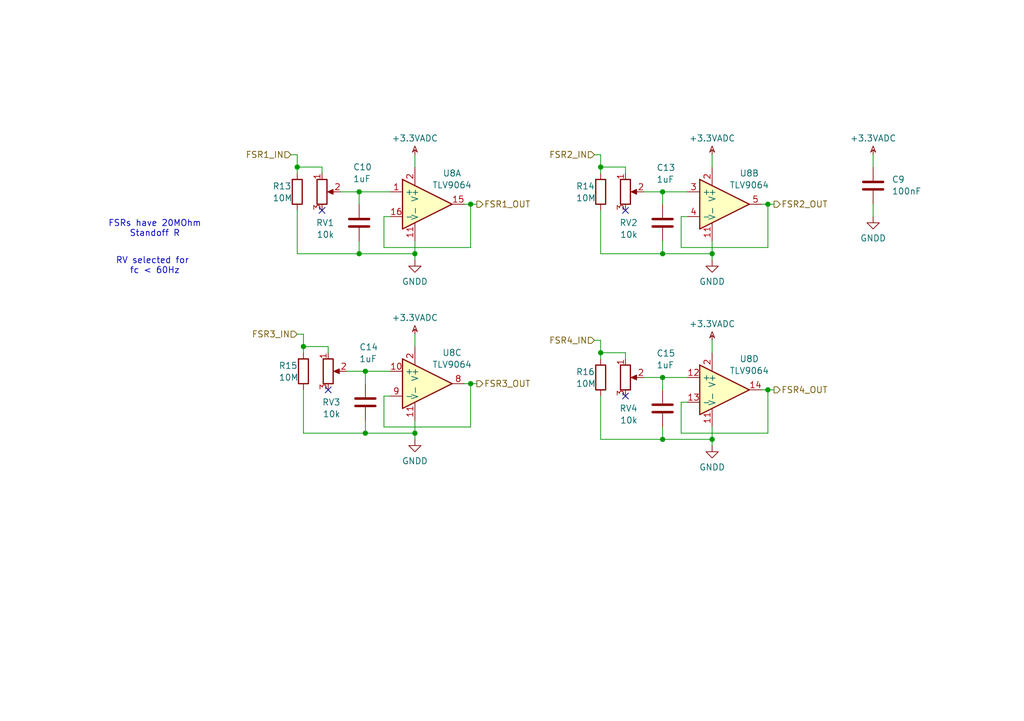
<source format=kicad_sch>
(kicad_sch (version 20231120) (generator "eeschema") (generator_version "8.0")
  (paper "A5")
  (lib_symbols
    (symbol "0.power-symbols:+3.3VADC" (power) (pin_names (offset 0))
      (property "Value" "+3.3VADC" (at 0 2.54 0))
      (symbol "+3.3VADC_0_0"
        (pin power_in line (at 0 0 90) (length 0) hide (name "+3.3VADC") (number "1"))
      )
      (symbol "+3.3VADC_0_1"
        (polyline (pts (xy 0 0) (xy 0 1.016) (xy 0 1.016)))
        (polyline (pts (xy 0 1.016) (xy 0.508 0.508) (xy 0 1.778) (xy -0.508 0.508) (xy 0 1.016) (xy 0 1.016)))
      )
    )
    (symbol "0.power-symbols:GNDD" (power) (pin_names (offset 0))
      (property "Value" "GNDD" (at 0 -3.81 0))
      (symbol "GNDD_0_1"
        (polyline (pts (xy 0 0) (xy 0 -1.27) (xy 1.27 -1.27) (xy 0 -2.54) (xy -1.27 -1.27) (xy 0 -1.27)))
      )
      (symbol "GNDD_1_1"
        (pin power_in line (at 0 0 270) (length 0) hide (name "GNDD") (number "1"))
      )
    )
    (symbol "1.semi.ic.linear:TLV9064"
      (property "Reference" "U" (at 3.81 6.35 0))
      (property "Value" "TLV9064" (at 7.62 3.81 0))
      (symbol "TLV9064_0_1"
        (polyline (pts (xy -3.81 5.08) (xy 6.35 0) (xy -3.81 -5.08) (xy -3.81 5.08)) (stroke (width 0.254)) (fill (type background)))
        (pin power_in line (at -1.27 -7.62 90) (length 3.81) (name "V-") (number "11"))
        (pin power_in line (at -1.27 7.62 270) (length 3.81) (name "V+") (number "2"))
      )
      (symbol "TLV9064_1_1"
        (pin input line (at -6.35 2.54 0) (length 2.54) (name "+") (number "1"))
        (pin output line (at 8.89 0 180) (length 2.54) (name "~") (number "15"))
        (pin input line (at -6.35 -2.54 0) (length 2.54) (name "-") (number "16"))
      )
      (symbol "TLV9064_2_1"
        (pin input line (at -6.35 2.54 0) (length 2.54) (name "+") (number "3"))
        (pin input line (at -6.35 -2.54 0) (length 2.54) (name "-") (number "4"))
        (pin output line (at 8.89 0 180) (length 2.54) (name "5") (number "6"))
      )
      (symbol "TLV9064_3_1"
        (pin input line (at -6.35 2.54 0) (length 2.54) (name "+") (number "10"))
        (pin output line (at 8.89 0 180) (length 2.54) (name "8") (number "7"))
        (pin input line (at -6.35 -2.54 0) (length 2.54) (name "-") (number "9"))
      )
      (symbol "TLV9064_4_1"
        (pin input line (at -6.35 2.54 0) (length 2.54) (name "+") (number "12"))
        (pin input line (at -6.35 -2.54 0) (length 2.54) (name "-") (number "13"))
        (pin output line (at 8.89 0 180) (length 2.54) (name "") (number "14"))
      )
    )
    (symbol "2.passive:C" (pin_numbers hide) (pin_names (offset 0.254))
      (property "Reference" "C" (at 0.635 2.54 0))
      (property "Value" "C" (at 0.635 -2.54 0))
      (symbol "C_0_1"
        (polyline (pts (xy -2.032 -0.762) (xy 2.032 -0.762)) (stroke (width 0.508)))
        (polyline (pts (xy -2.032 0.762) (xy 2.032 0.762)) (stroke (width 0.508)))
      )
      (symbol "C_1_1"
        (pin passive line (at 0 3.81 270) (length 2.794) (name "~") (number "1"))
        (pin passive line (at 0 -3.81 90) (length 2.794) (name "~") (number "2"))
      )
    )
    (symbol "2.passive:R" (pin_numbers hide) (pin_names (offset 0))
      (property "Reference" "R" (at 2.032 0 90))
      (property "Value" "R" (at 0 0 90))
      (symbol "R_0_1"
        (rectangle (start -1.016 -2.54) (end 1.016 2.54) (stroke (width 0.254)))
      )
      (symbol "R_1_1"
        (pin passive line (at 0 3.81 270) (length 1.27) (name "~") (number "1"))
        (pin passive line (at 0 -3.81 90) (length 1.27) (name "~") (number "2"))
      )
    )
    (symbol "2.passive:R_POT" (pin_names (offset 1.016) hide)
      (property "Reference" "RV" (at -4.445 0 90))
      (property "Value" "R_POT" (at -2.54 0 90))
      (symbol "R_POT_0_1"
        (polyline (pts (xy 2.54 0) (xy 1.524 0)))
        (polyline (pts (xy 1.143 0) (xy 2.286 0.508) (xy 2.286 -0.508) (xy 1.143 0)) (fill (type outline)))
        (rectangle (start 1.016 2.54) (end -1.016 -2.54) (stroke (width 0.254)))
      )
      (symbol "R_POT_1_1"
        (pin passive line (at 0 3.81 270) (length 1.27) (name "1") (number "1"))
        (pin passive line (at 3.81 0 180) (length 1.27) (name "2") (number "2"))
        (pin passive line (at 0 -3.81 90) (length 1.27) (name "3") (number "3"))
      )
    )
    (symbol "TLV9064_1"
      (property "Reference" "U" (at 3.81 6.35 0))
      (property "Value" "TLV9064" (at 7.62 3.81 0))
      (symbol "TLV9064_1_0_1"
        (polyline (pts (xy -3.81 5.08) (xy 6.35 0) (xy -3.81 -5.08) (xy -3.81 5.08)) (stroke (width 0.254)) (fill (type background)))
        (pin power_in line (at -1.27 -7.62 90) (length 3.81) (name "V-") (number "11"))
        (pin power_in line (at -1.27 7.62 270) (length 3.81) (name "V+") (number "2"))
      )
      (symbol "TLV9064_1_1_1"
        (pin input line (at -6.35 2.54 0) (length 2.54) (name "+") (number "1"))
        (pin output line (at 8.89 0 180) (length 2.54) (name "~") (number "15"))
        (pin input line (at -6.35 -2.54 0) (length 2.54) (name "-") (number "16"))
      )
      (symbol "TLV9064_1_2_1"
        (pin input line (at -6.35 2.54 0) (length 2.54) (name "+") (number "3"))
        (pin input line (at -6.35 -2.54 0) (length 2.54) (name "-") (number "4"))
        (pin output line (at 8.89 0 180) (length 2.54) (name "5") (number "6"))
      )
      (symbol "TLV9064_1_3_1"
        (pin input line (at -6.35 2.54 0) (length 2.54) (name "+") (number "10"))
        (pin output line (at 8.89 0 180) (length 2.54) (name "8") (number "7"))
        (pin input line (at -6.35 -2.54 0) (length 2.54) (name "-") (number "9"))
      )
      (symbol "TLV9064_1_4_1"
        (pin input line (at -6.35 2.54 0) (length 2.54) (name "+") (number "12"))
        (pin input line (at -6.35 -2.54 0) (length 2.54) (name "-") (number "13"))
        (pin output line (at 8.89 0 180) (length 2.54) (name "") (number "14"))
      )
    )
    (symbol "TLV9064_2"
      (property "Reference" "U" (at 3.81 6.35 0))
      (property "Value" "TLV9064" (at 7.62 3.81 0))
      (symbol "TLV9064_2_0_1"
        (polyline (pts (xy -3.81 5.08) (xy 6.35 0) (xy -3.81 -5.08) (xy -3.81 5.08)) (stroke (width 0.254)) (fill (type background)))
        (pin power_in line (at -1.27 -7.62 90) (length 3.81) (name "V-") (number "11"))
        (pin power_in line (at -1.27 7.62 270) (length 3.81) (name "V+") (number "2"))
      )
      (symbol "TLV9064_2_1_1"
        (pin input line (at -6.35 2.54 0) (length 2.54) (name "+") (number "1"))
        (pin output line (at 8.89 0 180) (length 2.54) (name "~") (number "15"))
        (pin input line (at -6.35 -2.54 0) (length 2.54) (name "-") (number "16"))
      )
      (symbol "TLV9064_2_2_1"
        (pin input line (at -6.35 2.54 0) (length 2.54) (name "+") (number "3"))
        (pin input line (at -6.35 -2.54 0) (length 2.54) (name "-") (number "4"))
        (pin output line (at 8.89 0 180) (length 2.54) (name "") (number "5"))
      )
      (symbol "TLV9064_2_3_1"
        (pin input line (at -6.35 2.54 0) (length 2.54) (name "+") (number "10"))
        (pin output line (at 8.89 0 180) (length 2.54) (name "") (number "8"))
        (pin input line (at -6.35 -2.54 0) (length 2.54) (name "-") (number "9"))
      )
      (symbol "TLV9064_2_4_1"
        (pin input line (at -6.35 2.54 0) (length 2.54) (name "+") (number "12"))
        (pin input line (at -6.35 -2.54 0) (length 2.54) (name "-") (number "13"))
        (pin output line (at 8.89 0 180) (length 2.54) (name "") (number "14"))
      )
    )
    (symbol "TLV9064_3"
      (property "Reference" "U" (at 3.81 6.35 0))
      (property "Value" "TLV9064" (at 7.62 3.81 0))
      (symbol "TLV9064_3_0_1"
        (polyline (pts (xy -3.81 5.08) (xy 6.35 0) (xy -3.81 -5.08) (xy -3.81 5.08)) (stroke (width 0.254)) (fill (type background)))
        (pin power_in line (at -1.27 -7.62 90) (length 3.81) (name "V-") (number "11"))
        (pin power_in line (at -1.27 7.62 270) (length 3.81) (name "V+") (number "2"))
      )
      (symbol "TLV9064_3_1_1"
        (pin input line (at -6.35 2.54 0) (length 2.54) (name "+") (number "1"))
        (pin output line (at 8.89 0 180) (length 2.54) (name "~") (number "15"))
        (pin input line (at -6.35 -2.54 0) (length 2.54) (name "-") (number "16"))
      )
      (symbol "TLV9064_3_2_1"
        (pin input line (at -6.35 2.54 0) (length 2.54) (name "+") (number "3"))
        (pin input line (at -6.35 -2.54 0) (length 2.54) (name "-") (number "4"))
        (pin output line (at 8.89 0 180) (length 2.54) (name "") (number "5"))
      )
      (symbol "TLV9064_3_3_1"
        (pin input line (at -6.35 2.54 0) (length 2.54) (name "+") (number "10"))
        (pin output line (at 8.89 0 180) (length 2.54) (name "") (number "8"))
        (pin input line (at -6.35 -2.54 0) (length 2.54) (name "-") (number "9"))
      )
      (symbol "TLV9064_3_4_1"
        (pin input line (at -6.35 2.54 0) (length 2.54) (name "+") (number "12"))
        (pin input line (at -6.35 -2.54 0) (length 2.54) (name "-") (number "13"))
        (pin output line (at 8.89 0 180) (length 2.54) (name "") (number "14"))
      )
    )
  )
  (junction (at 146.05 52.07))
  (junction (at 123.19 72.39))
  (junction (at 157.48 80.01))
  (junction (at 123.19 34.29))
  (junction (at 135.89 77.47))
  (junction (at 96.52 41.91))
  (junction (at 157.48 41.91))
  (junction (at 135.89 52.07))
  (junction (at 73.66 39.37))
  (junction (at 60.96 34.29))
  (junction (at 62.23 71.12))
  (junction (at 74.93 76.2))
  (junction (at 96.52 78.74))
  (junction (at 146.05 90.17))
  (junction (at 85.09 52.07))
  (junction (at 74.93 88.9))
  (junction (at 85.09 88.9))
  (junction (at 135.89 90.17))
  (junction (at 73.66 52.07))
  (junction (at 135.89 39.37))
  (no_connect (at 128.27 81.28))
  (no_connect (at 67.31 80.01))
  (no_connect (at 66.04 43.18))
  (no_connect (at 128.27 43.18))
  (wire (pts (xy 62.23 71.12) (xy 62.23 68.58)))
  (wire (pts (xy 62.23 88.9) (xy 74.93 88.9)))
  (wire (pts (xy 96.52 78.74) (xy 97.79 78.74)))
  (wire (pts (xy 157.48 80.01) (xy 156.21 80.01)))
  (wire (pts (xy 62.23 72.39) (xy 62.23 71.12)))
  (wire (pts (xy 123.19 72.39) (xy 123.19 69.85)))
  (wire (pts (xy 60.96 52.07) (xy 73.66 52.07)))
  (wire (pts (xy 139.7 82.55) (xy 139.7 88.9)))
  (wire (pts (xy 60.96 34.29) (xy 60.96 31.75)))
  (wire (pts (xy 123.19 73.66) (xy 123.19 72.39)))
  (wire (pts (xy 157.48 88.9) (xy 157.48 80.01)))
  (wire (pts (xy 179.07 41.91) (xy 179.07 44.45)))
  (wire (pts (xy 157.48 41.91) (xy 158.75 41.91)))
  (wire (pts (xy 123.19 43.18) (xy 123.19 52.07)))
  (wire (pts (xy 69.85 39.37) (xy 73.66 39.37)))
  (wire (pts (xy 78.74 87.63) (xy 96.52 87.63)))
  (wire (pts (xy 135.89 77.47) (xy 135.89 80.01)))
  (wire (pts (xy 146.05 49.53) (xy 146.05 52.07)))
  (wire (pts (xy 146.05 69.85) (xy 146.05 72.39)))
  (wire (pts (xy 73.66 39.37) (xy 80.01 39.37)))
  (wire (pts (xy 132.08 39.37) (xy 135.89 39.37)))
  (wire (pts (xy 123.19 72.39) (xy 128.27 72.39)))
  (wire (pts (xy 146.05 90.17) (xy 146.05 91.44)))
  (wire (pts (xy 123.19 81.28) (xy 123.19 90.17)))
  (wire (pts (xy 146.05 52.07) (xy 146.05 53.34)))
  (wire (pts (xy 96.52 50.8) (xy 96.52 41.91)))
  (wire (pts (xy 135.89 77.47) (xy 140.97 77.47)))
  (wire (pts (xy 123.19 52.07) (xy 135.89 52.07)))
  (wire (pts (xy 85.09 88.9) (xy 85.09 90.17)))
  (wire (pts (xy 96.52 41.91) (xy 95.25 41.91)))
  (wire (pts (xy 71.12 76.2) (xy 74.93 76.2)))
  (wire (pts (xy 157.48 80.01) (xy 158.75 80.01)))
  (wire (pts (xy 80.01 81.28) (xy 78.74 81.28)))
  (wire (pts (xy 66.04 35.56) (xy 66.04 34.29)))
  (wire (pts (xy 139.7 88.9) (xy 157.48 88.9)))
  (wire (pts (xy 135.89 39.37) (xy 135.89 41.91)))
  (wire (pts (xy 73.66 52.07) (xy 85.09 52.07)))
  (wire (pts (xy 85.09 52.07) (xy 85.09 53.34)))
  (wire (pts (xy 60.96 35.56) (xy 60.96 34.29)))
  (wire (pts (xy 123.19 35.56) (xy 123.19 34.29)))
  (wire (pts (xy 135.89 90.17) (xy 146.05 90.17)))
  (wire (pts (xy 74.93 88.9) (xy 85.09 88.9)))
  (wire (pts (xy 85.09 68.58) (xy 85.09 71.12)))
  (wire (pts (xy 78.74 50.8) (xy 96.52 50.8)))
  (wire (pts (xy 157.48 41.91) (xy 156.21 41.91)))
  (wire (pts (xy 128.27 35.56) (xy 128.27 34.29)))
  (wire (pts (xy 85.09 31.75) (xy 85.09 34.29)))
  (wire (pts (xy 146.05 31.75) (xy 146.05 34.29)))
  (wire (pts (xy 123.19 90.17) (xy 135.89 90.17)))
  (wire (pts (xy 123.19 34.29) (xy 128.27 34.29)))
  (wire (pts (xy 78.74 81.28) (xy 78.74 87.63)))
  (wire (pts (xy 73.66 49.53) (xy 73.66 52.07)))
  (wire (pts (xy 139.7 50.8) (xy 157.48 50.8)))
  (wire (pts (xy 67.31 72.39) (xy 67.31 71.12)))
  (wire (pts (xy 74.93 86.36) (xy 74.93 88.9)))
  (wire (pts (xy 128.27 73.66) (xy 128.27 72.39)))
  (wire (pts (xy 139.7 44.45) (xy 139.7 50.8)))
  (wire (pts (xy 74.93 76.2) (xy 74.93 78.74)))
  (wire (pts (xy 78.74 44.45) (xy 78.74 50.8)))
  (wire (pts (xy 62.23 71.12) (xy 67.31 71.12)))
  (wire (pts (xy 73.66 39.37) (xy 73.66 41.91)))
  (wire (pts (xy 140.97 82.55) (xy 139.7 82.55)))
  (wire (pts (xy 157.48 50.8) (xy 157.48 41.91)))
  (wire (pts (xy 60.96 43.18) (xy 60.96 52.07)))
  (wire (pts (xy 85.09 49.53) (xy 85.09 52.07)))
  (wire (pts (xy 85.09 86.36) (xy 85.09 88.9)))
  (wire (pts (xy 135.89 87.63) (xy 135.89 90.17)))
  (wire (pts (xy 96.52 87.63) (xy 96.52 78.74)))
  (wire (pts (xy 96.52 78.74) (xy 95.25 78.74)))
  (wire (pts (xy 135.89 52.07) (xy 146.05 52.07)))
  (wire (pts (xy 96.52 41.91) (xy 97.79 41.91)))
  (wire (pts (xy 60.96 34.29) (xy 66.04 34.29)))
  (wire (pts (xy 146.05 87.63) (xy 146.05 90.17)))
  (wire (pts (xy 62.23 68.58) (xy 60.96 68.58)))
  (wire (pts (xy 132.08 77.47) (xy 135.89 77.47)))
  (wire (pts (xy 123.19 31.75) (xy 121.92 31.75)))
  (wire (pts (xy 74.93 76.2) (xy 80.01 76.2)))
  (wire (pts (xy 60.96 31.75) (xy 59.69 31.75)))
  (wire (pts (xy 80.01 44.45) (xy 78.74 44.45)))
  (wire (pts (xy 135.89 39.37) (xy 140.97 39.37)))
  (wire (pts (xy 123.19 34.29) (xy 123.19 31.75)))
  (wire (pts (xy 179.07 31.75) (xy 179.07 34.29)))
  (wire (pts (xy 135.89 49.53) (xy 135.89 52.07)))
  (wire (pts (xy 62.23 80.01) (xy 62.23 88.9)))
  (wire (pts (xy 123.19 69.85) (xy 121.92 69.85)))
  (wire (pts (xy 140.97 44.45) (xy 139.7 44.45)))
  (text "FSRs have 20MOhm\nStandoff R" (at 31.75 46.99 0) (effects (font (size 1.27 1.27))))
  (text "RV selected for \nfc < 60Hz\n" (at 31.75 54.61 0) (effects (font (size 1.27 1.27))))
  (hierarchical_label "FSR3_OUT" (shape output) (at 97.79 78.74 0))
  (hierarchical_label "FSR1_OUT" (shape output) (at 97.79 41.91 0))
  (hierarchical_label "FSR4_IN" (shape input) (at 121.92 69.85 180))
  (hierarchical_label "FSR2_IN" (shape input) (at 121.92 31.75 180))
  (hierarchical_label "FSR3_IN" (shape input) (at 60.96 68.58 180))
  (hierarchical_label "FSR4_OUT" (shape output) (at 158.75 80.01 0))
  (hierarchical_label "FSR1_IN" (shape input) (at 59.69 31.75 180))
  (hierarchical_label "FSR2_OUT" (shape output) (at 158.75 41.91 0))
  (symbol (lib_id "0.power-symbols:+3.3VADC") (at 146.05 31.75 0) (unit 1)
    (property "Reference" "#PWR029" (effects (hide yes)))
    (property "Value" "+3.3VADC" (at 146.05 28.3789 0))
    (instances (project "fsr_controller" (path "" (reference "#PWR029") (unit 1)) (path "" (reference "#PWR036") (unit 1))))
  )
  (symbol (lib_id "1.semi.ic.linear:TLV9064") (at 147.32 80.01 0) (unit 4)
    (property "Reference" "U8" (at 153.67 73.66 0))
    (property "Value" "TLV9064" (at 153.67 76.0843 0))
    (property "Footprint" "1_Semi_QFN:WQFN-16-1EP_3x3mm_P0.5mm_EP1.68x1.68mm" (effects (hide yes)))
    (property "PN" "4,14" (effects (hide yes)))
    (instances (project "fsr_controller" (path "" (reference "U8") (unit 4)) (path "" (reference "U7") (unit 4))))
  )
  (symbol (lib_id "2.passive:R") (at 123.19 39.37 0) (unit 1)
    (property "Reference" "R14" (at 118.11 38.2157 0) (effects (justify left)))
    (property "Value" "10M" (at 118.11 40.64 0) (effects (justify left)))
    (property "Footprint" "2_Passives_Resistors_SMD_IPC:R_1608_603_B" (effects (hide yes)))
    (property "Description" "Resistor" (effects (hide yes)))
    (instances (project "fsr_controller" (path "" (reference "R14") (unit 1)) (path "" (reference "R19") (unit 1))))
  )
  (symbol (lib_name "TLV9064_3") (lib_id "1.semi.ic.linear:TLV9064") (at 86.36 78.74 0) (unit 3)
    (property "Reference" "U8" (at 92.71 72.39 0))
    (property "Value" "TLV9064" (at 92.71 74.8143 0))
    (property "Footprint" "1_Semi_QFN:WQFN-16-1EP_3x3mm_P0.5mm_EP1.68x1.68mm" (effects (hide yes)))
    (property "PN" "4,14" (effects (hide yes)))
    (instances (project "fsr_controller" (path "" (reference "U8") (unit 3)) (path "" (reference "U7") (unit 3))))
  )
  (symbol (lib_id "2.passive:R_POT") (at 66.04 39.37 0) (unit 1)
    (property "Reference" "RV1" (at 68.58 45.72 0) (effects (justify right)))
    (property "Value" "10k" (at 68.58 48.1443 0) (effects (justify right)))
    (property "Footprint" "footprint:potentiometer" (effects (hide yes)))
    (property "Description" "Potentiometer" (effects (hide yes)))
    (property "PN" "3,10" (effects (hide yes)))
    (instances (project "fsr_controller" (path "" (reference "RV1") (unit 1)) (path "" (reference "RV5") (unit 1))))
  )
  (symbol (lib_id "0.power-symbols:+3.3VADC") (at 146.05 69.85 0) (unit 1)
    (property "Reference" "#PWR037" (effects (hide yes)))
    (property "Value" "+3.3VADC" (at 146.05 66.4789 0))
    (instances (project "fsr_controller" (path "" (reference "#PWR037") (unit 1)) (path "" (reference "#PWR041") (unit 1))))
  )
  (symbol (lib_name "TLV9064_2") (lib_id "1.semi.ic.linear:TLV9064") (at 147.32 41.91 0) (unit 2)
    (property "Reference" "U8" (at 153.67 35.56 0))
    (property "Value" "TLV9064" (at 153.67 37.9843 0))
    (property "Footprint" "1_Semi_QFN:WQFN-16-1EP_3x3mm_P0.5mm_EP1.68x1.68mm" (effects (hide yes)))
    (property "PN" "4,14" (effects (hide yes)))
    (instances (project "fsr_controller" (path "" (reference "U8") (unit 2)) (path "" (reference "U7") (unit 2))))
  )
  (symbol (lib_id "2.passive:R_POT") (at 128.27 39.37 0) (unit 1)
    (property "Reference" "RV2" (at 130.81 45.72 0) (effects (justify right)))
    (property "Value" "10k" (at 130.81 48.1443 0) (effects (justify right)))
    (property "Footprint" "footprint:potentiometer" (effects (hide yes)))
    (property "Description" "Potentiometer" (effects (hide yes)))
    (property "PN" "3,10" (effects (hide yes)))
    (instances (project "fsr_controller" (path "" (reference "RV2") (unit 1)) (path "" (reference "RV7") (unit 1))))
  )
  (symbol (lib_id "2.passive:C") (at 179.07 38.1 0) (unit 1)
    (property "Reference" "C9" (at 182.88 36.83 0) (effects (justify left)))
    (property "Value" "100nF" (at 182.88 39.2543 0) (effects (justify left)))
    (property "Footprint" "2_Passives_Capacitors_SMD_IPC:C_1608_603_B" (effects (hide yes)))
    (property "Description" "Unpolarized capacitor" (effects (hide yes)))
    (property "PN" "2,10" (effects (hide yes)))
    (instances (project "fsr_controller" (path "" (reference "C9") (unit 1)) (path "" (reference "C22") (unit 1))))
  )
  (symbol (lib_name "TLV9064_1") (lib_id "1.semi.ic.linear:TLV9064") (at 86.36 41.91 0) (unit 1)
    (property "Reference" "U8" (at 92.71 35.56 0))
    (property "Value" "TLV9064" (at 92.71 37.9843 0))
    (property "Footprint" "1_Semi_QFN:WQFN-16-1EP_3x3mm_P0.5mm_EP1.68x1.68mm" (effects (hide yes)))
    (property "PN" "4,14" (effects (hide yes)))
    (instances (project "fsr_controller" (path "" (reference "U8") (unit 1)) (path "" (reference "U7") (unit 1))))
  )
  (symbol (lib_id "0.power-symbols:GNDD") (at 179.07 44.45 0) (unit 1)
    (property "Reference" "#PWR027" (effects (hide yes)))
    (property "Value" "GNDD" (at 179.07 48.8934 0))
    (instances (project "fsr_controller" (path "" (reference "#PWR027") (unit 1)) (path "" (reference "#PWR040") (unit 1))))
  )
  (symbol (lib_id "2.passive:R_POT") (at 128.27 77.47 0) (unit 1)
    (property "Reference" "RV4" (at 130.81 83.82 0) (effects (justify right)))
    (property "Value" "10k" (at 130.81 86.2443 0) (effects (justify right)))
    (property "Footprint" "footprint:potentiometer" (effects (hide yes)))
    (property "Description" "Potentiometer" (effects (hide yes)))
    (property "PN" "3,10" (effects (hide yes)))
    (instances (project "fsr_controller" (path "" (reference "RV4") (unit 1)) (path "" (reference "RV8") (unit 1))))
  )
  (symbol (lib_id "2.passive:C") (at 135.89 83.82 0) (unit 1)
    (property "Reference" "C15" (at 134.62 72.5057 0) (effects (justify left)))
    (property "Value" "1uF" (at 134.62 74.93 0) (effects (justify left)))
    (property "Footprint" "2_Passives_Capacitors_SMD_IPC:C_1608_603_B" (effects (hide yes)))
    (property "Description" "Unpolarized capacitor" (effects (hide yes)))
    (property "PN" "2,16" (effects (hide yes)))
    (instances (project "fsr_controller" (path "" (reference "C15") (unit 1)) (path "" (reference "C19") (unit 1))))
  )
  (symbol (lib_id "2.passive:R") (at 60.96 39.37 0) (unit 1)
    (property "Reference" "R13" (at 55.88 38.2157 0) (effects (justify left)))
    (property "Value" "10M" (at 55.88 40.64 0) (effects (justify left)))
    (property "Footprint" "2_Passives_Resistors_SMD_IPC:R_1608_603_B" (effects (hide yes)))
    (property "Description" "Resistor" (effects (hide yes)))
    (instances (project "fsr_controller" (path "" (reference "R13") (unit 1)) (path "" (reference "R17") (unit 1))))
  )
  (symbol (lib_id "2.passive:C") (at 73.66 45.72 0) (unit 1)
    (property "Reference" "C10" (at 72.39 34.29 0) (effects (justify left)))
    (property "Value" "1uF" (at 72.39 36.7143 0) (effects (justify left)))
    (property "Footprint" "2_Passives_Capacitors_SMD_IPC:C_1608_603_B" (effects (hide yes)))
    (property "Description" "Unpolarized capacitor" (effects (hide yes)))
    (property "PN" "2,16" (effects (hide yes)))
    (instances (project "fsr_controller" (path "" (reference "C10") (unit 1)) (path "" (reference "C16") (unit 1))))
  )
  (symbol (lib_id "0.power-symbols:GNDD") (at 146.05 53.34 0) (unit 1)
    (property "Reference" "#PWR039" (effects (hide yes)))
    (property "Value" "GNDD" (at 146.05 57.7834 0))
    (instances (project "fsr_controller" (path "" (reference "#PWR039") (unit 1)) (path "" (reference "#PWR042") (unit 1))))
  )
  (symbol (lib_id "2.passive:C") (at 135.89 45.72 0) (unit 1)
    (property "Reference" "C13" (at 134.62 34.4057 0) (effects (justify left)))
    (property "Value" "1uF" (at 134.62 36.83 0) (effects (justify left)))
    (property "Footprint" "2_Passives_Capacitors_SMD_IPC:C_1608_603_B" (effects (hide yes)))
    (property "Description" "Unpolarized capacitor" (effects (hide yes)))
    (property "PN" "2,16" (effects (hide yes)))
    (instances (project "fsr_controller" (path "" (reference "C13") (unit 1)) (path "" (reference "C18") (unit 1))))
  )
  (symbol (lib_id "2.passive:R_POT") (at 67.31 76.2 0) (unit 1)
    (property "Reference" "RV3" (at 69.85 82.55 0) (effects (justify right)))
    (property "Value" "10k" (at 69.85 84.9743 0) (effects (justify right)))
    (property "Footprint" "footprint:potentiometer" (effects (hide yes)))
    (property "Description" "Potentiometer" (effects (hide yes)))
    (property "PN" "3,10" (effects (hide yes)))
    (instances (project "fsr_controller" (path "" (reference "RV3") (unit 1)) (path "" (reference "RV6") (unit 1))))
  )
  (symbol (lib_id "2.passive:C") (at 74.93 82.55 0) (unit 1)
    (property "Reference" "C14" (at 73.66 71.2357 0) (effects (justify left)))
    (property "Value" "1uF" (at 73.66 73.66 0) (effects (justify left)))
    (property "Footprint" "2_Passives_Capacitors_SMD_IPC:C_1608_603_B" (effects (hide yes)))
    (property "Description" "Unpolarized capacitor" (effects (hide yes)))
    (property "PN" "2,16" (effects (hide yes)))
    (instances (project "fsr_controller" (path "" (reference "C14") (unit 1)) (path "" (reference "C17") (unit 1))))
  )
  (symbol (lib_id "0.power-symbols:+3.3VADC") (at 179.07 31.75 0) (unit 1)
    (property "Reference" "#PWR047" (effects (hide yes)))
    (property "Value" "+3.3VADC" (at 179.07 28.3789 0))
    (instances (project "fsr_controller" (path "" (reference "#PWR047") (unit 1)) (path "" (reference "#PWR051") (unit 1))))
  )
  (symbol (lib_id "0.power-symbols:GNDD") (at 146.05 91.44 0) (unit 1)
    (property "Reference" "#PWR046" (effects (hide yes)))
    (property "Value" "GNDD" (at 146.05 95.8834 0))
    (instances (project "fsr_controller" (path "" (reference "#PWR046") (unit 1)) (path "" (reference "#PWR048") (unit 1))))
  )
  (symbol (lib_id "0.power-symbols:GNDD") (at 85.09 53.34 0) (unit 1)
    (property "Reference" "#PWR057" (effects (hide yes)))
    (property "Value" "GNDD" (at 85.09 57.7834 0))
    (instances (project "fsr_controller" (path "" (reference "#PWR057") (unit 1)) (path "" (reference "#PWR058") (unit 1))))
  )
  (symbol (lib_id "0.power-symbols:+3.3VADC") (at 85.09 31.75 0) (unit 1)
    (property "Reference" "#PWR019" (effects (hide yes)))
    (property "Value" "+3.3VADC" (at 85.09 28.3789 0))
    (instances (project "fsr_controller" (path "" (reference "#PWR019") (unit 1)) (path "" (reference "#PWR020") (unit 1))))
  )
  (symbol (lib_id "2.passive:R") (at 123.19 77.47 0) (unit 1)
    (property "Reference" "R16" (at 118.11 76.3157 0) (effects (justify left)))
    (property "Value" "10M" (at 118.11 78.74 0) (effects (justify left)))
    (property "Footprint" "2_Passives_Resistors_SMD_IPC:R_1608_603_B" (effects (hide yes)))
    (property "Description" "Resistor" (effects (hide yes)))
    (instances (project "fsr_controller" (path "" (reference "R16") (unit 1)) (path "" (reference "R20") (unit 1))))
  )
  (symbol (lib_id "0.power-symbols:GNDD") (at 85.09 90.17 0) (unit 1)
    (property "Reference" "#PWR045" (effects (hide yes)))
    (property "Value" "GNDD" (at 85.09 94.6134 0))
    (instances (project "fsr_controller" (path "" (reference "#PWR045") (unit 1)) (path "" (reference "#PWR052") (unit 1))))
  )
  (symbol (lib_id "0.power-symbols:+3.3VADC") (at 85.09 68.58 0) (unit 1)
    (property "Reference" "#PWR043" (effects (hide yes)))
    (property "Value" "+3.3VADC" (at 85.09 65.2089 0))
    (instances (project "fsr_controller" (path "" (reference "#PWR043") (unit 1)) (path "" (reference "#PWR044") (unit 1))))
  )
  (symbol (lib_id "2.passive:R") (at 62.23 76.2 0) (unit 1)
    (property "Reference" "R15" (at 57.15 75.0457 0) (effects (justify left)))
    (property "Value" "10M" (at 57.15 77.47 0) (effects (justify left)))
    (property "Footprint" "2_Passives_Resistors_SMD_IPC:R_1608_603_B" (effects (hide yes)))
    (property "Description" "Resistor" (effects (hide yes)))
    (instances (project "fsr_controller" (path "" (reference "R15") (unit 1)) (path "" (reference "R18") (unit 1))))
  )
)
</source>
